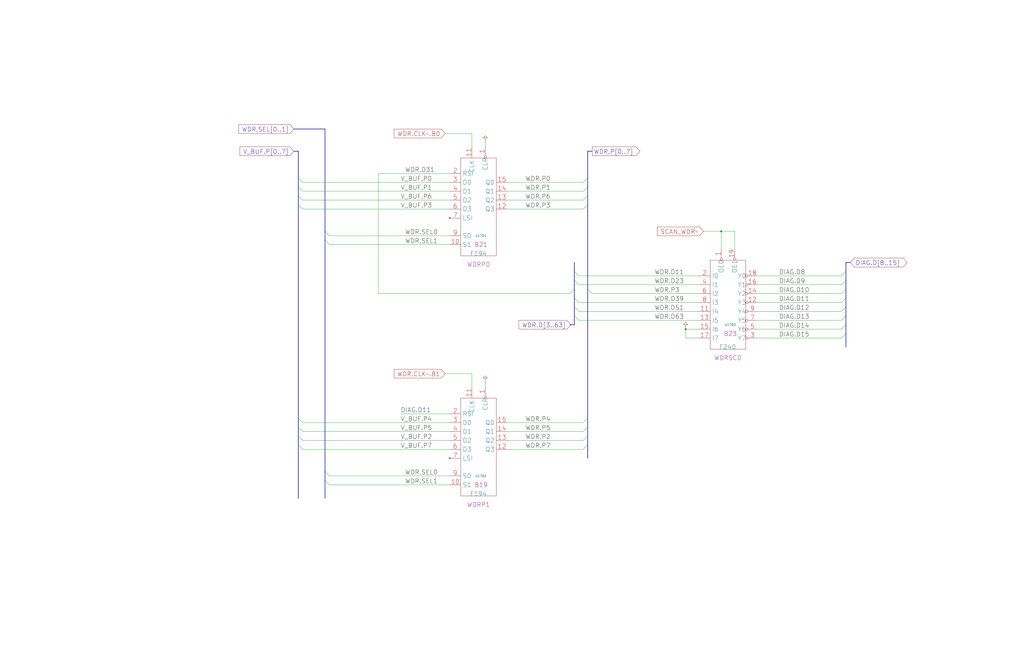
<source format=kicad_sch>
(kicad_sch (version 20250114) (generator "eeschema") (generator_version "9.0")
  (paper "User" 584.2 378.46)
  (title_block (title "WRITE DATA REGISTER\\nPARITY BITS") (date "22-MAR-90") (rev "1.0") (comment 1 "VALUE") (comment 2 "232-003063") (comment 3 "S400") (comment 4 "RELEASED"))
  (lib_symbols
    (symbol "r1000:F194" (pin_names (offset 1.016))
      (property "Reference" "U" (at 2.54 5.08 0))
      (property "Value" "F194" (at -3.81 -5.08 0))
      (property "Location" "___" (at -1.27 0 0))
      (property "Name" "______" (at 1.27 -12.7 0))
      (symbol "F194_1_1"
        (rectangle (start -8.89 49.53) (end 11.43 -6.35))
        (circle (center 5.08 50.165) (radius 0.635))
        (pin input line (at -15.24 40.64 0) (length 6.35) (name "RSI") (number "2"))
        (pin input line (at -15.24 35.56 0) (length 6.35) (name "D0") (number "3"))
        (pin input line (at -15.24 30.48 0) (length 6.35) (name "D1") (number "4"))
        (pin input line (at -15.24 25.4 0) (length 6.35) (name "D2") (number "5"))
        (pin input line (at -15.24 20.32 0) (length 6.35) (name "D3") (number "6"))
        (pin input line (at -15.24 15.24 0) (length 6.35) (name "LSI") (number "7"))
        (pin input line (at -15.24 5.08 0) (length 6.35) (name "S0") (number "9"))
        (pin input line (at -15.24 0 0) (length 6.35) (name "S1") (number "10"))
        (pin input line (at -2.54 55.88 270) (length 6.35) (name "CLK") (number "11"))
        (pin input line (at 5.08 55.88 270) (length 5.08) (name "CLR") (number "1"))
        (pin output line (at 17.78 35.56 180) (length 6.35) (name "Q0") (number "15"))
        (pin output line (at 17.78 30.48 180) (length 6.35) (name "Q1") (number "14"))
        (pin output line (at 17.78 25.4 180) (length 6.35) (name "Q2") (number "13"))
        (pin output line (at 17.78 20.32 180) (length 6.35) (name "Q3") (number "12"))
      )
    )
    (symbol "r1000:F240" (pin_names (offset 1.016))
      (property "Reference" "U" (at 2.54 5.08 0))
      (property "Value" "F240" (at -3.81 -7.62 0))
      (property "Location" "___" (at -1.27 0 0))
      (property "Name" "______" (at 1.27 -15.24 0))
      (symbol "F240_1_1"
        (rectangle (start -8.89 41.91) (end 11.43 -8.89))
        (circle (center -2.54 42.545) (radius 0.635))
        (circle (center 5.08 42.545) (radius 0.635))
        (circle (center 12.065 33.02) (radius 0.635))
        (circle (center 12.065 27.94) (radius 0.635))
        (circle (center 12.065 22.86) (radius 0.635))
        (circle (center 12.065 17.78) (radius 0.635))
        (circle (center 12.065 12.7) (radius 0.635))
        (circle (center 12.065 7.62) (radius 0.635))
        (circle (center 12.065 2.54) (radius 0.635))
        (circle (center 12.065 -2.54) (radius 0.635))
        (pin input line (at -15.24 33.02 0) (length 6.35) (name "I0") (number "2"))
        (pin input line (at -15.24 27.94 0) (length 6.35) (name "I1") (number "4"))
        (pin input line (at -15.24 22.86 0) (length 6.35) (name "I2") (number "6"))
        (pin input line (at -15.24 17.78 0) (length 6.35) (name "I3") (number "8"))
        (pin input line (at -15.24 12.7 0) (length 6.35) (name "I4") (number "11"))
        (pin input line (at -15.24 7.62 0) (length 6.35) (name "I5") (number "13"))
        (pin input line (at -15.24 2.54 0) (length 6.35) (name "I6") (number "15"))
        (pin input line (at -15.24 -2.54 0) (length 6.35) (name "I7") (number "17"))
        (pin input line (at -2.54 48.26 270) (length 5.08) (name "OE0") (number "1"))
        (pin input line (at 5.08 48.26 270) (length 5.08) (name "OE1") (number "19"))
        (pin tri_state line (at 17.78 33.02 180) (length 5.08) (name "Y0") (number "18"))
        (pin tri_state line (at 17.78 27.94 180) (length 5.08) (name "Y1") (number "16"))
        (pin tri_state line (at 17.78 22.86 180) (length 5.08) (name "Y2") (number "14"))
        (pin tri_state line (at 17.78 17.78 180) (length 5.08) (name "Y3") (number "12"))
        (pin tri_state line (at 17.78 12.7 180) (length 5.08) (name "Y4") (number "9"))
        (pin tri_state line (at 17.78 7.62 180) (length 5.08) (name "Y5") (number "7"))
        (pin tri_state line (at 17.78 2.54 180) (length 5.08) (name "Y6") (number "5"))
        (pin tri_state line (at 17.78 -2.54 180) (length 5.08) (name "Y7") (number "3"))
      )
    )
    (symbol "r1000:PU" (power) (pin_numbers (hide yes)) (pin_names (hide yes))
      (symbol "PU_0_1"
        (polyline (pts (xy 0 2.54) (xy -1.27 2.54) (xy 0 3.81) (xy 1.27 2.54) (xy 0 2.54)) (stroke (width 0.1524)))
      )
      (symbol "PU_1_1"
        (pin power_in line (at 0 0 90) (length 2.54) (name "PU") (number "1"))
      )
    )
  )
  (junction (at 411.48 132.08))
  (junction (at 391.16 187.96))
  (no_connect (at 256.54 124.46))
  (no_connect (at 256.54 261.62))
  (bus_entry (at 482.6 165.1) (size -2.54 2.54))
  (bus_entry (at 335.28 101.6) (size -2.54 2.54))
  (bus_entry (at 185.42 274.32) (size 2.54 2.54))
  (bus_entry (at 335.28 111.76) (size -2.54 2.54))
  (bus_entry (at 327.66 154.94) (size 2.54 2.54))
  (bus_entry (at 335.28 243.84) (size -2.54 2.54))
  (bus_entry (at 170.18 116.84) (size 2.54 2.54))
  (bus_entry (at 185.42 132.08) (size 2.54 2.54))
  (bus_entry (at 170.18 243.84) (size 2.54 2.54))
  (bus_entry (at 327.66 175.26) (size 2.54 2.54))
  (bus_entry (at 482.6 180.34) (size -2.54 2.54))
  (bus_entry (at 170.18 248.92) (size 2.54 2.54))
  (bus_entry (at 482.6 154.94) (size -2.54 2.54))
  (bus_entry (at 482.6 185.42) (size -2.54 2.54))
  (bus_entry (at 335.28 165.1) (size 2.54 2.54))
  (bus_entry (at 482.6 160.02) (size -2.54 2.54))
  (bus_entry (at 482.6 175.26) (size -2.54 2.54))
  (bus_entry (at 327.66 160.02) (size 2.54 2.54))
  (bus_entry (at 335.28 106.68) (size -2.54 2.54))
  (bus_entry (at 335.28 248.92) (size -2.54 2.54))
  (bus_entry (at 170.18 254) (size 2.54 2.54))
  (bus_entry (at 170.18 106.68) (size 2.54 2.54))
  (bus_entry (at 170.18 111.76) (size 2.54 2.54))
  (bus_entry (at 185.42 269.24) (size 2.54 2.54))
  (bus_entry (at 482.6 170.18) (size -2.54 2.54))
  (bus_entry (at 170.18 238.76) (size 2.54 2.54))
  (bus_entry (at 327.66 180.34) (size 2.54 2.54))
  (bus_entry (at 327.66 165.1) (size -2.54 2.54))
  (bus_entry (at 327.66 170.18) (size 2.54 2.54))
  (bus_entry (at 335.28 116.84) (size -2.54 2.54))
  (bus_entry (at 335.28 254) (size -2.54 2.54))
  (bus_entry (at 482.6 190.5) (size -2.54 2.54))
  (bus_entry (at 335.28 238.76) (size -2.54 2.54))
  (bus_entry (at 170.18 101.6) (size 2.54 2.54))
  (bus_entry (at 185.42 137.16) (size 2.54 2.54))
  (bus (pts (xy 335.28 106.68) (xy 335.28 111.76)))
  (wire (pts (xy 431.8 193.04) (xy 480.06 193.04)))
  (wire (pts (xy 330.2 172.72) (xy 398.78 172.72)))
  (wire (pts (xy 431.8 162.56) (xy 480.06 162.56)))
  (wire (pts (xy 172.72 104.14) (xy 256.54 104.14)))
  (bus (pts (xy 327.66 170.18) (xy 327.66 175.26)))
  (wire (pts (xy 411.48 132.08) (xy 411.48 142.24)))
  (wire (pts (xy 215.9 99.06) (xy 256.54 99.06)))
  (bus (pts (xy 170.18 86.36) (xy 170.18 101.6)))
  (bus (pts (xy 485.14 149.86) (xy 482.6 149.86)))
  (wire (pts (xy 172.72 114.3) (xy 256.54 114.3)))
  (bus (pts (xy 327.66 180.34) (xy 327.66 185.42)))
  (bus (pts (xy 335.28 116.84) (xy 335.28 165.1)))
  (wire (pts (xy 289.56 246.38) (xy 332.74 246.38)))
  (bus (pts (xy 327.66 175.26) (xy 327.66 180.34)))
  (bus (pts (xy 482.6 170.18) (xy 482.6 175.26)))
  (wire (pts (xy 431.8 182.88) (xy 480.06 182.88)))
  (wire (pts (xy 411.48 132.08) (xy 419.1 132.08)))
  (wire (pts (xy 187.96 134.62) (xy 256.54 134.62)))
  (bus (pts (xy 482.6 185.42) (xy 482.6 190.5)))
  (bus (pts (xy 327.66 165.1) (xy 327.66 170.18)))
  (wire (pts (xy 228.6 236.22) (xy 256.54 236.22)))
  (bus (pts (xy 482.6 154.94) (xy 482.6 160.02)))
  (wire (pts (xy 330.2 157.48) (xy 398.78 157.48)))
  (wire (pts (xy 289.56 114.3) (xy 332.74 114.3)))
  (wire (pts (xy 401.32 132.08) (xy 411.48 132.08)))
  (bus (pts (xy 170.18 116.84) (xy 170.18 238.76)))
  (bus (pts (xy 335.28 243.84) (xy 335.28 248.92)))
  (wire (pts (xy 431.8 177.8) (xy 480.06 177.8)))
  (bus (pts (xy 335.28 165.1) (xy 335.28 238.76)))
  (bus (pts (xy 167.64 86.36) (xy 170.18 86.36)))
  (wire (pts (xy 187.96 271.78) (xy 256.54 271.78)))
  (wire (pts (xy 289.56 119.38) (xy 332.74 119.38)))
  (wire (pts (xy 398.78 193.04) (xy 391.16 193.04)))
  (wire (pts (xy 289.56 109.22) (xy 332.74 109.22)))
  (bus (pts (xy 482.6 165.1) (xy 482.6 170.18)))
  (wire (pts (xy 254 76.2) (xy 269.24 76.2)))
  (bus (pts (xy 335.28 248.92) (xy 335.28 254)))
  (bus (pts (xy 170.18 106.68) (xy 170.18 111.76)))
  (wire (pts (xy 276.86 218.44) (xy 276.86 220.98)))
  (wire (pts (xy 330.2 177.8) (xy 398.78 177.8)))
  (wire (pts (xy 330.2 182.88) (xy 398.78 182.88)))
  (bus (pts (xy 170.18 238.76) (xy 170.18 243.84)))
  (wire (pts (xy 269.24 213.36) (xy 269.24 220.98)))
  (bus (pts (xy 185.42 269.24) (xy 185.42 274.32)))
  (wire (pts (xy 391.16 193.04) (xy 391.16 187.96)))
  (wire (pts (xy 172.72 256.54) (xy 256.54 256.54)))
  (wire (pts (xy 172.72 241.3) (xy 256.54 241.3)))
  (wire (pts (xy 215.9 167.64) (xy 215.9 99.06)))
  (bus (pts (xy 170.18 254) (xy 170.18 284.48)))
  (wire (pts (xy 431.8 167.64) (xy 480.06 167.64)))
  (bus (pts (xy 185.42 73.66) (xy 185.42 132.08)))
  (bus (pts (xy 170.18 101.6) (xy 170.18 106.68)))
  (bus (pts (xy 185.42 132.08) (xy 185.42 137.16)))
  (wire (pts (xy 391.16 187.96) (xy 398.78 187.96)))
  (bus (pts (xy 170.18 243.84) (xy 170.18 248.92)))
  (bus (pts (xy 482.6 149.86) (xy 482.6 154.94)))
  (bus (pts (xy 327.66 154.94) (xy 327.66 160.02)))
  (bus (pts (xy 335.28 238.76) (xy 335.28 243.84)))
  (bus (pts (xy 167.64 73.66) (xy 185.42 73.66)))
  (bus (pts (xy 327.66 149.86) (xy 327.66 154.94)))
  (wire (pts (xy 337.82 167.64) (xy 398.78 167.64)))
  (bus (pts (xy 335.28 111.76) (xy 335.28 116.84)))
  (bus (pts (xy 335.28 101.6) (xy 335.28 106.68)))
  (wire (pts (xy 254 213.36) (xy 269.24 213.36)))
  (bus (pts (xy 335.28 86.36) (xy 335.28 101.6)))
  (wire (pts (xy 187.96 276.86) (xy 256.54 276.86)))
  (wire (pts (xy 289.56 256.54) (xy 332.74 256.54)))
  (wire (pts (xy 289.56 251.46) (xy 332.74 251.46)))
  (bus (pts (xy 327.66 160.02) (xy 327.66 165.1)))
  (bus (pts (xy 482.6 160.02) (xy 482.6 165.1)))
  (wire (pts (xy 187.96 139.7) (xy 256.54 139.7)))
  (bus (pts (xy 482.6 190.5) (xy 482.6 198.12)))
  (wire (pts (xy 276.86 81.28) (xy 276.86 83.82)))
  (bus (pts (xy 325.12 185.42) (xy 327.66 185.42)))
  (bus (pts (xy 185.42 137.16) (xy 185.42 269.24)))
  (bus (pts (xy 185.42 274.32) (xy 185.42 284.48)))
  (wire (pts (xy 431.8 187.96) (xy 480.06 187.96)))
  (wire (pts (xy 172.72 119.38) (xy 256.54 119.38)))
  (wire (pts (xy 172.72 109.22) (xy 256.54 109.22)))
  (wire (pts (xy 325.12 167.64) (xy 215.9 167.64)))
  (bus (pts (xy 482.6 175.26) (xy 482.6 180.34)))
  (bus (pts (xy 170.18 248.92) (xy 170.18 254)))
  (wire (pts (xy 172.72 246.38) (xy 256.54 246.38)))
  (wire (pts (xy 289.56 241.3) (xy 332.74 241.3)))
  (wire (pts (xy 431.8 172.72) (xy 480.06 172.72)))
  (wire (pts (xy 172.72 251.46) (xy 256.54 251.46)))
  (bus (pts (xy 482.6 180.34) (xy 482.6 185.42)))
  (bus (pts (xy 335.28 254) (xy 335.28 261.62)))
  (wire (pts (xy 289.56 104.14) (xy 332.74 104.14)))
  (wire (pts (xy 431.8 157.48) (xy 480.06 157.48)))
  (wire (pts (xy 419.1 132.08) (xy 419.1 142.24)))
  (wire (pts (xy 330.2 162.56) (xy 398.78 162.56)))
  (bus (pts (xy 337.82 86.36) (xy 335.28 86.36)))
  (bus (pts (xy 170.18 111.76) (xy 170.18 116.84)))
  (wire (pts (xy 269.24 76.2) (xy 269.24 83.82)))
  (label "WDR.P7" (at 299.72 256.54 0) (effects (font (size 2.54 2.54))))
  (label "WDR.P3" (at 299.72 119.38 0) (effects (font (size 2.54 2.54))))
  (label "WDR.D51" (at 373.38 177.8 0) (effects (font (size 2.54 2.54))))
  (label "DIAG.D11" (at 228.6 236.22 0) (effects (font (size 2.54 2.54))))
  (label "DIAG.D8" (at 444.5 157.48 0) (effects (font (size 2.54 2.54))))
  (label "WDR.D39" (at 373.38 172.72 0) (effects (font (size 2.54 2.54))))
  (label "WDR.P1" (at 299.72 109.22 0) (effects (font (size 2.54 2.54))))
  (label "V_BUF.P7" (at 228.6 256.54 0) (effects (font (size 2.54 2.54))))
  (label "WDR.P5" (at 299.72 246.38 0) (effects (font (size 2.54 2.54))))
  (label "V_BUF.P3" (at 228.6 119.38 0) (effects (font (size 2.54 2.54))))
  (label "V_BUF.P1" (at 228.6 109.22 0) (effects (font (size 2.54 2.54))))
  (label "WDR.SEL1" (at 231.14 139.7 0) (effects (font (size 2.54 2.54))))
  (label "WDR.D11" (at 373.38 157.48 0) (effects (font (size 2.54 2.54))))
  (label "WDR.SEL0" (at 231.14 134.62 0) (effects (font (size 2.54 2.54))))
  (label "DIAG.D13" (at 444.5 182.88 0) (effects (font (size 2.54 2.54))))
  (label "DIAG.D12" (at 444.5 177.8 0) (effects (font (size 2.54 2.54))))
  (label "DIAG.D14" (at 444.5 187.96 0) (effects (font (size 2.54 2.54))))
  (label "WDR.P6" (at 299.72 114.3 0) (effects (font (size 2.54 2.54))))
  (label "WDR.SEL1" (at 231.14 276.86 0) (effects (font (size 2.54 2.54))))
  (label "WDR.P3" (at 373.38 167.64 0) (effects (font (size 2.54 2.54))))
  (label "V_BUF.P2" (at 228.6 251.46 0) (effects (font (size 2.54 2.54))))
  (label "V_BUF.P4" (at 228.6 241.3 0) (effects (font (size 2.54 2.54))))
  (label "DIAG.D11" (at 444.5 172.72 0) (effects (font (size 2.54 2.54))))
  (label "WDR.P2" (at 299.72 251.46 0) (effects (font (size 2.54 2.54))))
  (label "DIAG.D15" (at 444.5 193.04 0) (effects (font (size 2.54 2.54))))
  (label "DIAG.D9" (at 444.5 162.56 0) (effects (font (size 2.54 2.54))))
  (label "V_BUF.P6" (at 228.6 114.3 0) (effects (font (size 2.54 2.54))))
  (label "WDR.D23" (at 373.38 162.56 0) (effects (font (size 2.54 2.54))))
  (label "WDR.D63" (at 373.38 182.88 0) (effects (font (size 2.54 2.54))))
  (label "V_BUF.P5" (at 228.6 246.38 0) (effects (font (size 2.54 2.54))))
  (label "DIAG.D10" (at 444.5 167.64 0) (effects (font (size 2.54 2.54))))
  (label "WDR.P0" (at 299.72 104.14 0) (effects (font (size 2.54 2.54))))
  (label "WDR.SEL0" (at 231.14 271.78 0) (effects (font (size 2.54 2.54))))
  (label "WDR.P4" (at 299.72 241.3 0) (effects (font (size 2.54 2.54))))
  (label "V_BUF.P0" (at 228.6 104.14 0) (effects (font (size 2.54 2.54))))
  (label "WDR.D31" (at 231.14 99.06 0) (effects (font (size 2.54 2.54))))
  (global_label "WDR.D[3..63]" (shape input) (at 325.7017 185.42 180) (effects (font (size 2.54 2.54))) (property "Intersheetrefs" "${INTERSHEET_REFS}" (at 296.0805 185.2613 0) (effects (font (size 1.905 1.905)) (justify right))))
  (global_label "WDR.CLK~.B1" (shape input) (at 254 213.36 180) (effects (font (size 2.54 2.54))) (property "Intersheetrefs" "${INTERSHEET_REFS}" (at 224.8626 213.2013 0) (effects (font (size 1.905 1.905)) (justify right))))
  (global_label "SCAN_WDR~" (shape input) (at 401.32 132.08 180) (effects (font (size 2.54 2.54))) (property "Intersheetrefs" "${INTERSHEET_REFS}" (at 374.9645 131.9213 0) (effects (font (size 1.905 1.905)) (justify right))))
  (global_label "DIAG.D[8..15]" (shape bidirectional) (at 485.14 149.86 0) (effects (font (size 2.54 2.54))) (property "Intersheetrefs" "${INTERSHEET_REFS}" (at 515.245 149.7013 0) (effects (font (size 1.905 1.905)) (justify left))))
  (global_label "V_BUF.P[0..7]" (shape input) (at 167.64 86.36 180) (effects (font (size 2.54 2.54))) (property "Intersheetrefs" "${INTERSHEET_REFS}" (at 136.2045 86.2013 0) (effects (font (size 1.905 1.905)) (justify right))))
  (global_label "WDR.SEL[0..1]" (shape input) (at 167.64 73.66 180) (effects (font (size 2.54 2.54))) (property "Intersheetrefs" "${INTERSHEET_REFS}" (at 136.2045 73.5013 0) (effects (font (size 1.905 1.905)) (justify right))))
  (global_label "WDR.P[0..7]" (shape output) (at 337.82 86.36 0) (effects (font (size 2.54 2.54))) (property "Intersheetrefs" "${INTERSHEET_REFS}" (at 365.0222 86.2013 0) (effects (font (size 1.905 1.905)) (justify left))))
  (global_label "WDR.CLK~.B0" (shape input) (at 254 76.2 180) (effects (font (size 2.54 2.54))) (property "Intersheetrefs" "${INTERSHEET_REFS}" (at 224.8626 76.0413 0) (effects (font (size 1.905 1.905)) (justify right))))
  (symbol (lib_id "r1000:PU") (at 276.86 218.44 0) (unit 1)
    (property "Reference" "#PWR01702" (effects (hide yes)))
    (property "Value" "PU" (effects (hide yes)))
  )
  (symbol (lib_id "r1000:PU") (at 276.86 81.28 0) (unit 1)
    (property "Reference" "#PWR01701" (effects (hide yes)))
    (property "Value" "PU" (effects (hide yes)))
  )
  (symbol (lib_id "r1000:PU") (at 391.16 187.96 0) (unit 1)
    (property "Reference" "#PWR01703" (effects (hide yes)))
    (property "Value" "PU" (effects (hide yes)))
  )
  (symbol (lib_id "r1000:F194") (at 271.78 276.86 0) (unit 1)
    (property "Reference" "U1702" (at 274.32 271.78 0))
    (property "Value" "F194" (at 267.97 281.94 0) (effects (font (size 2.54 2.54)) (justify left)))
    (property "Location" "B19" (at 270.51 276.86 0) (effects (font (size 2.54 2.54)) (justify left)))
    (property "Name" "WDRP1" (at 273.05 289.56 0) (effects (font (size 2.54 2.54)) (justify bottom)))
  )
  (symbol (lib_id "r1000:F194") (at 271.78 139.7 0) (unit 1)
    (property "Reference" "U1701" (at 274.32 134.62 0))
    (property "Value" "F194" (at 267.97 144.78 0) (effects (font (size 2.54 2.54)) (justify left)))
    (property "Location" "B21" (at 270.51 139.7 0) (effects (font (size 2.54 2.54)) (justify left)))
    (property "Name" "WDRP0" (at 273.05 152.4 0) (effects (font (size 2.54 2.54)) (justify bottom)))
  )
  (symbol (lib_id "r1000:F240") (at 414.02 190.5 0) (unit 1)
    (property "Reference" "U1703" (at 416.56 185.42 0))
    (property "Value" "F240" (at 410.21 198.12 0) (effects (font (size 2.54 2.54)) (justify left)))
    (property "Location" "B23" (at 412.75 190.5 0) (effects (font (size 2.54 2.54)) (justify left)))
    (property "Name" "WDRSCD" (at 415.29 205.74 0) (effects (font (size 2.54 2.54)) (justify bottom)))
  )
)
</source>
